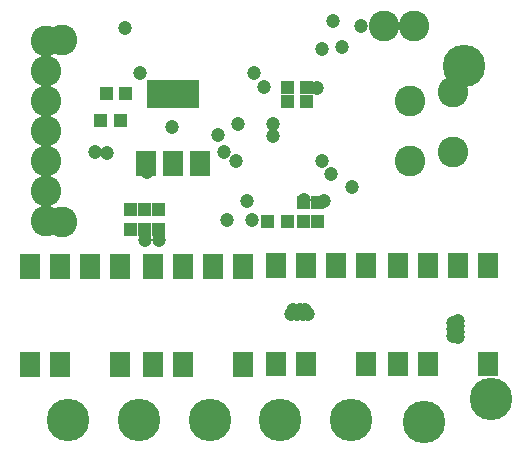
<source format=gbr>
%FSLAX32Y32*%
%MOMM*%
%LNLOETSTOP1*%
G71*
G01*
%ADD10C, 2.60*%
%ADD11C, 3.60*%
%ADD12C, 1.20*%
%ADD13C, 2.60*%
%LPD*%
X6874Y6085D02*
G54D10*
D03*
X6874Y6585D02*
G54D10*
D03*
X3927Y5564D02*
G54D10*
D03*
X3927Y7104D02*
G54D10*
D03*
X7239Y6666D02*
G54D10*
D03*
X7239Y6158D02*
G54D10*
D03*
X7334Y6888D02*
G54D11*
D03*
X6382Y5865D02*
G54D12*
D03*
X5493Y5746D02*
G54D12*
D03*
X6302Y7047D02*
G54D12*
D03*
X6461Y7222D02*
G54D12*
D03*
X3794Y6840D02*
G54D13*
D03*
X3794Y6586D02*
G54D13*
D03*
X3794Y6332D02*
G54D13*
D03*
X3794Y6078D02*
G54D13*
D03*
X3794Y5824D02*
G54D13*
D03*
X3794Y5570D02*
G54D13*
D03*
X4588Y6825D02*
G54D12*
D03*
X5556Y6825D02*
G54D12*
D03*
G36*
X4476Y6373D02*
X4366Y6373D01*
X4366Y6483D01*
X4476Y6483D01*
X4476Y6373D01*
G37*
G36*
X4309Y6372D02*
X4199Y6372D01*
X4199Y6482D01*
X4309Y6482D01*
X4309Y6372D01*
G37*
X6906Y7222D02*
G54D13*
D03*
X6652Y7222D02*
G54D13*
D03*
X6207Y5968D02*
G54D12*
D03*
X5302Y6158D02*
G54D12*
D03*
X5398Y6079D02*
G54D12*
D03*
X6128Y6079D02*
G54D12*
D03*
X6088Y6698D02*
G54D12*
D03*
X6128Y7031D02*
G54D12*
D03*
X3794Y7095D02*
G54D13*
D03*
X4461Y7206D02*
G54D12*
D03*
X6223Y7270D02*
G54D12*
D03*
G36*
X5181Y5958D02*
X5011Y5958D01*
X5011Y6168D01*
X5181Y6168D01*
X5181Y5958D01*
G37*
G36*
X4951Y5957D02*
X4781Y5957D01*
X4781Y6167D01*
X4951Y6167D01*
X4951Y5957D01*
G37*
G36*
X4721Y5957D02*
X4551Y5957D01*
X4551Y6167D01*
X4721Y6167D01*
X4721Y5957D01*
G37*
G36*
X5085Y6534D02*
X4645Y6534D01*
X4645Y6764D01*
X5085Y6764D01*
X5085Y6534D01*
G37*
X4651Y5984D02*
G54D12*
D03*
G36*
X4524Y6595D02*
X4414Y6595D01*
X4414Y6705D01*
X4524Y6705D01*
X4524Y6595D01*
G37*
G36*
X4357Y6594D02*
X4247Y6594D01*
X4247Y6704D01*
X4357Y6704D01*
X4357Y6594D01*
G37*
G36*
X4501Y5084D02*
X4331Y5084D01*
X4331Y5294D01*
X4501Y5294D01*
X4501Y5084D01*
G37*
G36*
X4247Y5084D02*
X4077Y5084D01*
X4077Y5294D01*
X4247Y5294D01*
X4247Y5084D01*
G37*
G36*
X3993Y5084D02*
X3823Y5084D01*
X3823Y5294D01*
X3993Y5294D01*
X3993Y5084D01*
G37*
G36*
X3739Y5084D02*
X3569Y5084D01*
X3569Y5294D01*
X3739Y5294D01*
X3739Y5084D01*
G37*
G36*
X4501Y4250D02*
X4331Y4250D01*
X4331Y4460D01*
X4501Y4460D01*
X4501Y4250D01*
G37*
G36*
X3993Y4250D02*
X3823Y4250D01*
X3823Y4460D01*
X3993Y4460D01*
X3993Y4250D01*
G37*
G36*
X3739Y4250D02*
X3569Y4250D01*
X3569Y4460D01*
X3739Y4460D01*
X3739Y4250D01*
G37*
G36*
X5549Y5084D02*
X5379Y5084D01*
X5379Y5294D01*
X5549Y5294D01*
X5549Y5084D01*
G37*
G36*
X5295Y5084D02*
X5125Y5084D01*
X5125Y5294D01*
X5295Y5294D01*
X5295Y5084D01*
G37*
G36*
X5041Y5084D02*
X4871Y5084D01*
X4871Y5294D01*
X5041Y5294D01*
X5041Y5084D01*
G37*
G36*
X4787Y5084D02*
X4617Y5084D01*
X4617Y5294D01*
X4787Y5294D01*
X4787Y5084D01*
G37*
G36*
X5549Y4250D02*
X5379Y4250D01*
X5379Y4460D01*
X5549Y4460D01*
X5549Y4250D01*
G37*
G36*
X5041Y4250D02*
X4871Y4250D01*
X4871Y4460D01*
X5041Y4460D01*
X5041Y4250D01*
G37*
G36*
X4787Y4250D02*
X4617Y4250D01*
X4617Y4460D01*
X4787Y4460D01*
X4787Y4250D01*
G37*
G36*
X6588Y5092D02*
X6418Y5092D01*
X6418Y5302D01*
X6588Y5302D01*
X6588Y5092D01*
G37*
G36*
X6334Y5092D02*
X6164Y5092D01*
X6164Y5302D01*
X6334Y5302D01*
X6334Y5092D01*
G37*
G36*
X6080Y5092D02*
X5910Y5092D01*
X5910Y5302D01*
X6080Y5302D01*
X6080Y5092D01*
G37*
G36*
X5826Y5092D02*
X5656Y5092D01*
X5656Y5302D01*
X5826Y5302D01*
X5826Y5092D01*
G37*
G36*
X6588Y4258D02*
X6418Y4258D01*
X6418Y4468D01*
X6588Y4468D01*
X6588Y4258D01*
G37*
G36*
X6080Y4258D02*
X5910Y4258D01*
X5910Y4468D01*
X6080Y4468D01*
X6080Y4258D01*
G37*
G36*
X5826Y4258D02*
X5656Y4258D01*
X5656Y4468D01*
X5826Y4468D01*
X5826Y4258D01*
G37*
G36*
X7620Y5092D02*
X7450Y5092D01*
X7450Y5302D01*
X7620Y5302D01*
X7620Y5092D01*
G37*
G36*
X7366Y5092D02*
X7196Y5092D01*
X7196Y5302D01*
X7366Y5302D01*
X7366Y5092D01*
G37*
G36*
X7112Y5092D02*
X6942Y5092D01*
X6942Y5302D01*
X7112Y5302D01*
X7112Y5092D01*
G37*
G36*
X6858Y5092D02*
X6688Y5092D01*
X6688Y5302D01*
X6858Y5302D01*
X6858Y5092D01*
G37*
G36*
X7620Y4258D02*
X7450Y4258D01*
X7450Y4468D01*
X7620Y4468D01*
X7620Y4258D01*
G37*
G36*
X7112Y4258D02*
X6942Y4258D01*
X6942Y4468D01*
X7112Y4468D01*
X7112Y4258D01*
G37*
G36*
X6858Y4258D02*
X6688Y4258D01*
X6688Y4468D01*
X6858Y4468D01*
X6858Y4258D01*
G37*
X7279Y4730D02*
G54D12*
D03*
X7279Y4682D02*
G54D12*
D03*
X7279Y4634D02*
G54D12*
D03*
X7279Y4587D02*
G54D12*
D03*
X7239Y4706D02*
G54D12*
D03*
X7239Y4658D02*
G54D12*
D03*
X7239Y4602D02*
G54D12*
D03*
X3977Y3888D02*
G54D11*
D03*
X4577Y3888D02*
G54D11*
D03*
X5177Y3888D02*
G54D11*
D03*
X5777Y3888D02*
G54D11*
D03*
X6377Y3888D02*
G54D11*
D03*
X6993Y3872D02*
G54D11*
D03*
X3651Y5166D02*
G54D12*
D03*
X4707Y5150D02*
G54D12*
D03*
X6013Y4782D02*
G54D12*
D03*
X5966Y4782D02*
G54D12*
D03*
X5918Y4782D02*
G54D12*
D03*
X5870Y4782D02*
G54D12*
D03*
X5989Y4822D02*
G54D12*
D03*
X5942Y4822D02*
G54D12*
D03*
X5886Y4822D02*
G54D12*
D03*
G36*
X5889Y5516D02*
X5779Y5516D01*
X5779Y5626D01*
X5889Y5626D01*
X5889Y5516D01*
G37*
G36*
X5722Y5517D02*
X5612Y5517D01*
X5612Y5627D01*
X5722Y5627D01*
X5722Y5517D01*
G37*
G36*
X6028Y5789D02*
X6028Y5679D01*
X5918Y5679D01*
X5918Y5789D01*
X6028Y5789D01*
G37*
G36*
X6027Y5622D02*
X6027Y5512D01*
X5917Y5512D01*
X5917Y5622D01*
X6027Y5622D01*
G37*
G36*
X6147Y5789D02*
X6147Y5679D01*
X6037Y5679D01*
X6037Y5789D01*
X6147Y5789D01*
G37*
G36*
X6146Y5622D02*
X6146Y5512D01*
X6036Y5512D01*
X6036Y5622D01*
X6146Y5622D01*
G37*
X6144Y5746D02*
G54D12*
D03*
X5977Y5753D02*
G54D12*
D03*
G36*
X4560Y5725D02*
X4560Y5615D01*
X4450Y5615D01*
X4450Y5725D01*
X4560Y5725D01*
G37*
G36*
X4559Y5558D02*
X4559Y5448D01*
X4449Y5448D01*
X4449Y5558D01*
X4559Y5558D01*
G37*
G36*
X4679Y5725D02*
X4679Y5615D01*
X4569Y5615D01*
X4569Y5725D01*
X4679Y5725D01*
G37*
G36*
X4678Y5558D02*
X4678Y5448D01*
X4568Y5448D01*
X4568Y5558D01*
X4678Y5558D01*
G37*
G36*
X4798Y5725D02*
X4798Y5615D01*
X4688Y5615D01*
X4688Y5725D01*
X4798Y5725D01*
G37*
G36*
X4797Y5558D02*
X4797Y5448D01*
X4687Y5448D01*
X4687Y5558D01*
X4797Y5558D01*
G37*
X5715Y6293D02*
G54D12*
D03*
X5247Y6301D02*
G54D12*
D03*
X4207Y6158D02*
G54D12*
D03*
X5715Y6396D02*
G54D12*
D03*
X5421Y6396D02*
G54D12*
D03*
X4628Y5412D02*
G54D12*
D03*
X4747Y5412D02*
G54D12*
D03*
X7564Y4063D02*
G54D11*
D03*
X4858Y6373D02*
G54D12*
D03*
X5540Y5579D02*
G54D12*
D03*
X5326Y5579D02*
G54D12*
D03*
X4310Y6150D02*
G54D12*
D03*
G36*
X5779Y6761D02*
X5889Y6761D01*
X5889Y6651D01*
X5779Y6651D01*
X5779Y6761D01*
G37*
G36*
X5946Y6760D02*
X6056Y6760D01*
X6056Y6650D01*
X5946Y6650D01*
X5946Y6760D01*
G37*
G36*
X5779Y6642D02*
X5889Y6642D01*
X5889Y6532D01*
X5779Y6532D01*
X5779Y6642D01*
G37*
G36*
X5946Y6641D02*
X6056Y6641D01*
X6056Y6531D01*
X5946Y6531D01*
X5946Y6641D01*
G37*
X5636Y6706D02*
G54D12*
D03*
M02*

</source>
